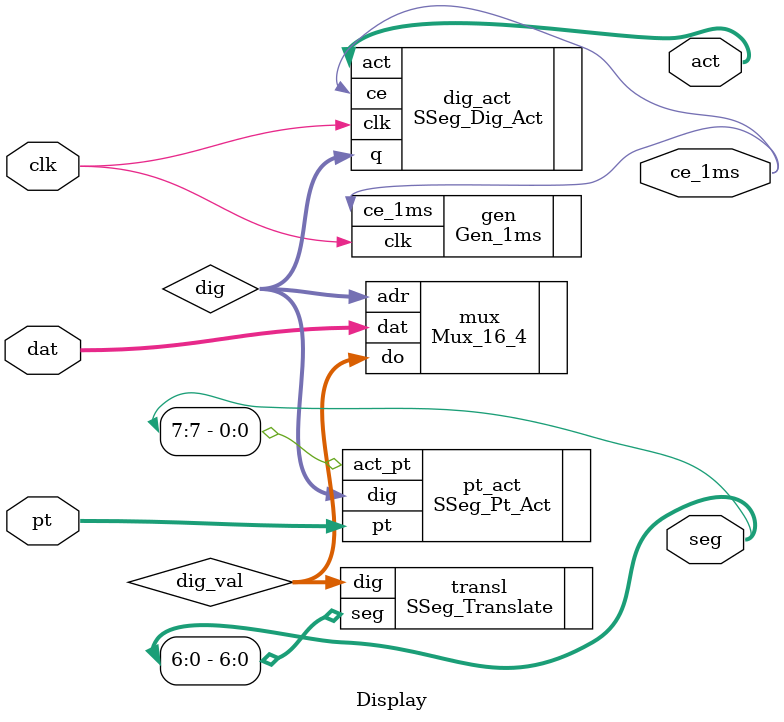
<source format=v>
module Display ( input clk,       output wire [3:0]act,
                 input [15:0]dat, output wire [7:0]seg,
                 input [1:0]pt,   output wire ce_1ms );

        parameter CLK_FREQ = 50_000_000 ;

        wire [3:0]dig_val ;
        wire [1:0]dig ;

        SSeg_Dig_Act dig_act (
                .clk (clk),
                .ce (ce_1ms),
                .q (dig),
                .act (act)
        );

        Mux_16_4 mux (
                .dat (dat),
                .do (dig_val),
                .adr (dig)
        );

        SSeg_Translate transl (
                .dig (dig_val),
                .seg (seg[6:0])
        );

        SSeg_Pt_Act pt_act (
                .pt (pt),
                .dig (dig),
                .act_pt (seg[7])
        );

        Gen_1ms #(
              .CLK_FREQ (CLK_FREQ)
        ) gen (
                .clk (clk),
                .ce_1ms (ce_1ms)
        );

endmodule

</source>
